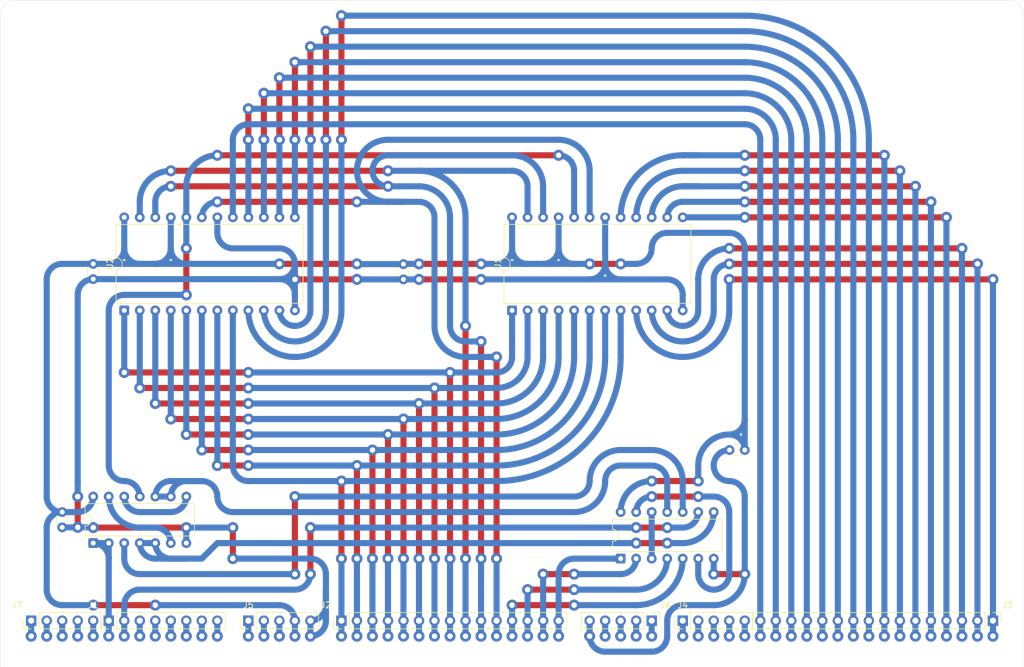
<source format=kicad_pcb>
(kicad_pcb (version 20241229) (generator "pcbnew") (generator_version "9.0")
  (layers (0 "F.Cu" signal) (2 "B.Cu" signal) (13 "F.Paste" user) (15 "B.Paste" user) (5 "F.SilkS" user "F.Silkscreen") (7 "B.SilkS" user "B.Silkscreen") (1 "F.Mask" user) (3 "B.Mask" user) (25 "Edge.Cuts" user))
  (net 0 "")
  (net 1 "unconnected-(J1-Pin_3-Pad3)")
  (net 2 "unconnected-(J1-Pin_5-Pad5)")
  (net 3 "unconnected-(J1-Pin_8-Pad8)")
  (net 4 "/DBIN")
  (net 5 "unconnected-(J1-Pin_6-Pad6)")
  (net 6 "unconnected-(J1-Pin_4-Pad4)")
  (net 7 "/{slash}MEMIN")
  (net 8 "unconnected-(J1-Pin_7-Pad7)")
  (net 9 "/AD4")
  (net 10 "/AD1")
  (net 11 "/AD11")
  (net 12 "/AD7")
  (net 13 "/AD5")
  (net 14 "/AD14")
  (net 15 "/AD13")
  (net 16 "/AD8")
  (net 17 "/AD9")
  (net 18 "/AD10")
  (net 19 "/AD15")
  (net 20 "/AD6")
  (net 21 "/AD12")
  (net 22 "/AD2")
  (net 23 "/AD3")
  (net 24 "/DA2")
  (net 25 "/DA15")
  (net 26 "/DA0")
  (net 27 "/DA13")
  (net 28 "/DA10")
  (net 29 "/DA3")
  (net 30 "/DA8")
  (net 31 "/DA5")
  (net 32 "/DA14")
  (net 33 "/DA7")
  (net 34 "/DA6")
  (net 35 "/DA1")
  (net 36 "/DA4")
  (net 37 "/DA11")
  (net 38 "/DA12")
  (net 39 "/DA9")
  (net 40 "unconnected-(J4-Pin_3-Pad3)")
  (net 41 "unconnected-(J4-Pin_5-Pad5)")
  (net 42 "unconnected-(J4-Pin_4-Pad4)")
  (net 43 "unconnected-(J4-Pin_1-Pad1)")
  (net 44 "unconnected-(J4-Pin_2-Pad2)")
  (net 45 "-5V")
  (net 46 "GND")
  (net 47 "+12V")
  (net 48 "-12V")
  (net 49 "+5V")
  (net 50 "unconnected-(J7-Pin_3-Pad3)")
  (net 51 "unconnected-(J7-Pin_5-Pad5)")
  (net 52 "unconnected-(J7-Pin_1-Pad1)")
  (net 53 "unconnected-(J7-Pin_4-Pad4)")
  (net 54 "unconnected-(J7-Pin_2-Pad2)")
  (net 55 "Net-(U1-~{OE})")
  (net 56 "Net-(U3-Pad13)")
  (net 57 "Net-(U3-Pad10)")
  (net 58 "Net-(U3-Pad12)")
  (net 59 "Net-(U3-Pad8)")
  (net 60 "Net-(U3-Pad11)")
  (net 61 "Net-(U4-Pad13)")
  (net 62 "Net-(U4-Pad12)")
  (footprint "Capacitor_THT:C_Disc_D3.0mm_W1.6mm_P2.50mm" (layer "F.Cu") (at 175.26 106.68 180)
    (property "Reference" "C4" (hide yes))
    (property "Value" "C" (hide yes))
  )
  (footprint "Capacitor_THT:C_Disc_D3.0mm_W1.6mm_P2.50mm" (layer "F.Cu") (at 63.5 116.84 -90)
    (property "Reference" "C3" (hide yes))
    (property "Value" "C" (hide yes))
  )
  (footprint "Connector_PinHeader_2.54mm:PinHeader_1x05_P2.54mm_Vertical" (layer "F.Cu") (at 160.02 134.62 -90)
    (property "Reference" "J6")
    (property "Value" "Conn_01x05_Pin" (hide yes))
  )
  (footprint "Package_DIP:DIP-14_W7.62mm" (layer "F.Cu") (at 68.58 121.92 90)
    (property "Reference" "U4" (hide yes))
    (property "Value" "74LS00")
  )
  (footprint "Connector_PinHeader_2.54mm:PinHeader_1x08_P2.54mm_Vertical" (layer "F.Cu") (at 71.12 134.62 90)
    (property "Reference" "J1")
    (property "Value" "Conn_01x08_Pin" (hide yes))
  )
  (footprint "Connector_PinHeader_2.54mm:PinHeader_1x05_P2.54mm_Vertical" (layer "F.Cu") (at 165.1 134.62 90)
    (property "Reference" "J4")
    (property "Value" "Conn_01x05_Pin" (hide yes))
  )
  (footprint "Connector_PinHeader_2.54mm:PinHeader_1x05_P2.54mm_Vertical" (layer "F.Cu") (at 58.42 134.62 90)
    (property "Reference" "J7")
    (property "Value" "Conn_01x05_Pin" (hide yes))
  )
  (footprint "Package_DIP:DIP-24_W15.24mm" (layer "F.Cu") (at 73.66 83.82 90)
    (property "Reference" "U2")
    (property "Value" "27C16")
  )
  (footprint "Connector_PinHeader_2.54mm:PinHeader_1x15_P2.54mm_Vertical" (layer "F.Cu") (at 109.22 134.62 90)
    (property "Reference" "J2")
    (property "Value" "Conn_01x15_Pin" (hide yes))
  )
  (footprint "Package_DIP:DIP-14_W7.62mm" (layer "F.Cu") (at 154.94 124.46 90)
    (property "Reference" "U3" (hide yes))
    (property "Value" "74LS32")
  )
  (footprint "Connector_PinHeader_2.54mm:PinHeader_1x16_P2.54mm_Vertical" (layer "F.Cu") (at 215.9 134.62 -90)
    (property "Reference" "J3")
    (property "Value" "Conn_01x16_Pin" (hide yes))
  )
  (footprint "Package_DIP:DIP-24_W15.24mm" (layer "F.Cu") (at 137.16 83.82 90)
    (property "Reference" "U1")
    (property "Value" "27C16")
  )
  (footprint "Capacitor_THT:C_Disc_D3.0mm_W1.6mm_P2.50mm" (layer "F.Cu") (at 68.58 76.2 -90)
    (property "Reference" "C2" (hide yes))
    (property "Value" "C" (hide yes))
  )
  (footprint "Capacitor_THT:C_Disc_D3.0mm_W1.6mm_P2.50mm" (layer "F.Cu") (at 119.38 76.24 -90)
    (property "Reference" "C1" (hide yes))
    (property "Value" "C" (hide yes))
  )
  (footprint "Connector_PinHeader_2.54mm:PinHeader_1x05_P2.54mm_Vertical" (layer "F.Cu") (at 93.98 134.62 90)
    (property "Reference" "J5")
    (property "Value" "Conn_01x05_Pin" (hide yes))
  )
  (gr_arc (start 218.44 33.02) (mid 220.236051 33.763949) (end 220.98 35.56) (stroke (width 0.05)) (layer "Edge.Cuts"))
  (gr_line (start 220.98 40.64) (end 220.98 35.56) (stroke (width 0.05)) (layer "Edge.Cuts"))
  (gr_line (start 220.98 142.24) (end 220.98 40.64) (stroke (width 0.05)) (layer "Edge.Cuts"))
  (gr_line (start 218.44 33.02) (end 55.88 33.02) (stroke (width 0.05)) (layer "Edge.Cuts"))
  (gr_arc (start 53.34 35.56) (mid 54.083949 33.763949) (end 55.88 33.02) (stroke (width 0.05)) (layer "Edge.Cuts"))
  (gr_line (start 220.98 142.24) (end 53.34 142.24) (stroke (width 0.05)) (layer "Edge.Cuts"))
  (gr_line (start 53.34 142.24) (end 53.34 35.56) (stroke (width 0.05)) (layer "Edge.Cuts"))
  (via (at 76.2 137.16) (size 1.8) (drill 0.9) (layers "F.Cu" "B.Cu") (net 1))
  (segment (start 76.2 137.16) (end 76.2 134.62) (width 1) (layer "B.Cu") (net 1))
  (via (at 81.28 137.16) (size 1.8) (drill 0.9) (layers "F.Cu" "B.Cu") (net 2))
  (segment (start 81.28 137.16) (end 81.28 134.62) (width 1) (layer "B.Cu") (net 2))
  (via (at 88.9 137.16) (size 1.8) (drill 0.9) (layers "F.Cu" "B.Cu") (net 3))
  (segment (start 88.9 137.16) (end 88.9 134.62) (width 1) (layer "B.Cu") (net 3))
  (via (at 71.12 137.16) (size 1.8) (drill 0.9) (layers "F.Cu" "B.Cu") (net 4))
  (segment (start 71.12 137.16) (end 71.12 134.62) (width 1) (layer "B.Cu") (net 4))
  (segment (start 68.58 121.92) (end 71.12 121.92) (width 1) (layer "B.Cu") (net 4))
  (segment (start 71.12 121.92) (end 71.12 124.46) (width 1) (layer "B.Cu") (net 4))
  (segment (start 71.12 134.62) (end 71.12 124.46) (width 1) (layer "B.Cu") (net 4))
  (arc (start 71.12 124.46) (mid 70.376051 122.663949) (end 68.58 121.92) (width 1) (layer "B.Cu") (net 4))
  (via (at 83.82 137.16) (size 1.8) (drill 0.9) (layers "F.Cu" "B.Cu") (net 5))
  (segment (start 83.82 137.16) (end 83.82 134.62) (width 1) (layer "B.Cu") (net 5))
  (via (at 78.74 137.16) (size 1.8) (drill 0.9) (layers "F.Cu" "B.Cu") (net 6))
  (segment (start 78.74 137.16) (end 78.74 134.62) (width 1) (layer "B.Cu") (net 6))
  (segment (start 104.14 127) (end 104.14 119.38) (width 1) (layer "F.Cu") (net 7))
  (segment (start 162.56 119.38) (end 157.48 119.38) (width 1) (layer "F.Cu") (net 7))
  (via (at 104.14 127) (size 1.8) (drill 0.9) (layers "F.Cu" "B.Cu") (net 7))
  (via (at 73.66 137.16) (size 1.8) (drill 0.9) (layers "F.Cu" "B.Cu") (net 7))
  (via (at 157.48 119.38) (size 1.8) (drill 0.9) (layers "F.Cu" "B.Cu") (net 7))
  (via (at 162.56 119.38) (size 1.8) (drill 0.9) (layers "F.Cu" "B.Cu") (net 7))
  (via (at 104.14 119.38) (size 1.8) (drill 0.9) (layers "F.Cu" "B.Cu") (net 7))
  (segment (start 157.48 119.38) (end 104.14 119.38) (width 1) (layer "B.Cu") (net 7))
  (segment (start 165.1 119.38) (end 162.56 119.38) (width 1) (layer "B.Cu") (net 7))
  (segment (start 73.66 134.62) (end 73.66 132.08) (width 1) (layer "B.Cu") (net 7))
  (segment (start 76.2 129.54) (end 101.6 129.54) (width 1) (layer "B.Cu") (net 7))
  (segment (start 73.66 137.16) (end 73.66 134.62) (width 1) (layer "B.Cu") (net 7))
  (arc (start 167.64 116.84) (mid 166.896051 118.636051) (end 165.1 119.38) (width 1) (layer "B.Cu") (net 7))
  (arc (start 101.6 129.54) (mid 103.396051 128.796051) (end 104.14 127) (width 1) (layer "B.Cu") (net 7))
  (arc (start 73.66 132.08) (mid 74.403949 130.283949) (end 76.2 129.54) (width 1) (layer "B.Cu") (net 7))
  (via (at 86.36 137.16) (size 1.8) (drill 0.9) (layers "F.Cu" "B.Cu") (net 8))
  (segment (start 86.36 137.16) (end 86.36 134.62) (width 1) (layer "B.Cu") (net 8))
  (segment (start 116.84 104.14) (end 116.84 124.46) (width 1) (layer "F.Cu") (net 9))
  (segment (start 93.98 104.14) (end 83.82 104.14) (width 1) (layer "F.Cu") (net 9))
  (via (at 83.82 104.14) (size 1.8) (drill 0.9) (layers "F.Cu" "B.Cu") (net 9))
  (via (at 93.98 104.14) (size 1.8) (drill 0.9) (layers "F.Cu" "B.Cu") (net 9))
  (via (at 116.84 137.16) (size 1.8) (drill 0.9) (layers "F.Cu" "B.Cu") (net 9))
  (via (at 116.84 104.14) (size 1.8) (drill 0.9) (layers "F.Cu" "B.Cu") (net 9))
  (via (at 116.84 124.46) (size 1.8) (drill 0.9) (layers "F.Cu" "B.Cu") (net 9))
  (segment (start 116.84 134.62) (end 116.84 124.46) (width 1) (layer "B.Cu") (net 9))
  (segment (start 134.62 104.14) (end 116.84 104.14) (width 1) (layer "B.Cu") (net 9))
  (segment (start 116.84 137.16) (end 116.84 134.62) (width 1) (layer "B.Cu") (net 9))
  (segment (start 147.32 83.82) (end 147.32 91.44) (width 1) (layer "B.Cu") (net 9))
  (segment (start 116.84 104.14) (end 93.98 104.14) (width 1) (layer "B.Cu") (net 9))
  (segment (start 83.82 104.14) (end 83.82 83.82) (width 1) (layer "B.Cu") (net 9))
  (arc (start 147.32 91.44) (mid 143.600256 100.420256) (end 134.62 104.14) (width 1) (layer "B.Cu") (net 9))
  (segment (start 109.22 124.46) (end 109.22 111.76) (width 1) (layer "F.Cu") (net 10))
  (via (at 109.22 124.46) (size 1.8) (drill 0.9) (layers "F.Cu" "B.Cu") (net 10))
  (via (at 109.22 137.16) (size 1.8) (drill 0.9) (layers "F.Cu" "B.Cu") (net 10))
  (via (at 109.22 111.76) (size 1.8) (drill 0.9) (layers "F.Cu" "B.Cu") (net 10))
  (segment (start 109.22 111.76) (end 134.62 111.76) (width 1) (layer "B.Cu") (net 10))
  (segment (start 109.22 124.46) (end 109.22 134.62) (width 1) (layer "B.Cu") (net 10))
  (segment (start 93.98 111.76) (end 109.22 111.76) (width 1) (layer "B.Cu") (net 10))
  (segment (start 154.94 91.44) (end 154.94 83.82) (width 1) (layer "B.Cu") (net 10))
  (segment (start 109.22 137.16) (end 109.22 134.62) (width 1) (layer "B.Cu") (net 10))
  (segment (start 91.44 83.82) (end 91.44 109.22) (width 1) (layer "B.Cu") (net 10))
  (arc (start 91.44 109.22) (mid 92.183949 111.016051) (end 93.98 111.76) (width 1) (layer "B.Cu") (net 10))
  (arc (start 134.62 111.76) (mid 148.98841 105.80841) (end 154.94 91.44) (width 1) (layer "B.Cu") (net 10))
  (segment (start 111.76 66.04) (end 88.9 66.04) (width 1) (layer "F.Cu") (net 11))
  (segment (start 134.62 91.44) (end 134.62 124.46) (width 1) (layer "F.Cu") (net 11))
  (via (at 134.62 91.44) (size 1.8) (drill 0.9) (layers "F.Cu" "B.Cu") (net 11))
  (via (at 134.62 124.46) (size 1.8) (drill 0.9) (layers "F.Cu" "B.Cu") (net 11))
  (via (at 111.76 66.04) (size 1.8) (drill 0.9) (layers "F.Cu" "B.Cu") (net 11))
  (via (at 134.62 137.16) (size 1.8) (drill 0.9) (layers "F.Cu" "B.Cu") (net 11))
  (via (at 88.9 66.04) (size 1.8) (drill 0.9) (layers "F.Cu" "B.Cu") (net 11))
  (segment (start 124.46 86.36) (end 124.46 68.58) (width 1) (layer "B.Cu") (net 11))
  (segment (start 119.38 66.04) (end 111.76 66.04) (width 1) (layer "B.Cu") (net 11))
  (segment (start 119.38 66.04) (end 116.84 66.04) (width 1) (layer "B.Cu") (net 11))
  (segment (start 134.62 124.46) (end 134.62 134.62) (width 1) (layer "B.Cu") (net 11))
  (segment (start 134.62 137.16) (end 134.62 134.62) (width 1) (layer "B.Cu") (net 11))
  (segment (start 134.62 91.44) (end 129.54 91.44) (width 1) (layer "B.Cu") (net 11))
  (segment (start 149.86 68.58) (end 149.86 60.96) (width 1) (layer "B.Cu") (net 11))
  (segment (start 121.92 66.04) (end 119.38 66.04) (width 1) (layer "B.Cu") (net 11))
  (segment (start 116.84 55.88) (end 144.78 55.88) (width 1) (layer "B.Cu") (net 11))
  (arc (start 149.86 60.96) (mid 148.372102 57.367898) (end 144.78 55.88) (width 1) (layer "B.Cu") (net 11))
  (arc (start 129.54 91.44) (mid 125.947898 89.952102) (end 124.46 86.36) (width 1) (layer "B.Cu") (net 11))
  (arc (start 88.9 66.04) (mid 87.103949 66.783949) (end 86.36 68.58) (width 1) (layer "B.Cu") (net 11))
  (arc (start 116.84 66.04) (mid 113.247898 64.552102) (end 111.76 60.96) (width 1) (layer "B.Cu") (net 11))
  (arc (start 124.46 68.58) (mid 123.716051 66.783949) (end 121.92 66.04) (width 1) (layer "B.Cu") (net 11))
  (arc (start 111.76 60.96) (mid 113.247898 57.367898) (end 116.84 55.88) (width 1) (layer "B.Cu") (net 11))
  (segment (start 76.2 96.52) (end 93.98 96.52) (width 1) (layer "F.Cu") (net 12))
  (segment (start 124.46 96.52) (end 124.46 124.46) (width 1) (layer "F.Cu") (net 12))
  (via (at 124.46 124.46) (size 1.8) (drill 0.9) (layers "F.Cu" "B.Cu") (net 12))
  (via (at 124.46 137.16) (size 1.8) (drill 0.9) (layers "F.Cu" "B.Cu") (net 12))
  (via (at 124.46 96.52) (size 1.8) (drill 0.9) (layers "F.Cu" "B.Cu") (net 12))
  (via (at 76.2 96.52) (size 1.8) (drill 0.9) (layers "F.Cu" "B.Cu") (net 12))
  (via (at 93.98 96.52) (size 1.8) (drill 0.9) (layers "F.Cu" "B.Cu") (net 12))
  (segment (start 93.98 96.52) (end 124.46 96.52) (width 1) (layer "B.Cu") (net 12))
  (segment (start 139.7 91.44) (end 139.7 83.82) (width 1) (layer "B.Cu") (net 12))
  (segment (start 124.46 137.16) (end 124.46 134.62) (width 1) (layer "B.Cu") (net 12))
  (segment (start 124.46 124.46) (end 124.46 134.62) (width 1) (layer "B.Cu") (net 12))
  (segment (start 76.2 83.82) (end 76.2 96.52) (width 1) (layer "B.Cu") (net 12))
  (segment (start 124.46 96.52) (end 134.62 96.52) (width 1) (layer "B.Cu") (net 12))
  (arc (start 134.62 96.52) (mid 138.212102 95.032102) (end 139.7 91.44) (width 1) (layer "B.Cu") (net 12))
  (segment (start 119.38 124.46) (end 119.38 101.6) (width 1) (layer "F.Cu") (net 13))
  (segment (start 81.28 101.6) (end 93.98 101.6) (width 1) (layer "F.Cu") (net 13))
  (via (at 81.28 101.6) (size 1.8) (drill 0.9) (layers "F.Cu" "B.Cu") (net 13))
  (via (at 119.38 101.6) (size 1.8) (drill 0.9) (layers "F.Cu" "B.Cu") (net 13))
  (via (at 93.98 101.6) (size 1.8) (drill 0.9) (layers "F.Cu" "B.Cu") (net 13))
  (via (at 119.38 137.16) (size 1.8) (drill 0.9) (layers "F.Cu" "B.Cu") (net 13))
  (via (at 119.38 124.46) (size 1.8) (drill 0.9) (layers "F.Cu" "B.Cu") (net 13))
  (segment (start 119.38 124.46) (end 119.38 134.62) (width 1) (layer "B.Cu") (net 13))
  (segment (start 93.98 101.6) (end 119.38 101.6) (width 1) (layer "B.Cu") (net 13))
  (segment (start 119.38 137.16) (end 119.38 134.62) (width 1) (layer "B.Cu") (net 13))
  (segment (start 144.78 91.44) (end 144.78 83.82) (width 1) (layer "B.Cu") (net 13))
  (segment (start 119.38 101.6) (end 134.62 101.6) (width 1) (layer "B.Cu") (net 13))
  (segment (start 81.28 83.82) (end 81.28 101.6) (width 1) (layer "B.Cu") (net 13))
  (arc (start 134.62 101.6) (mid 141.804205 98.624205) (end 144.78 91.44) (width 1) (layer "B.Cu") (net 13))
  (segment (start 147.32 127) (end 142.24 127) (width 1) (layer "F.Cu") (net 14))
  (via (at 142.24 137.16) (size 1.8) (drill 0.9) (layers "F.Cu" "B.Cu") (net 14))
  (via (at 147.32 127) (size 1.8) (drill 0.9) (layers "F.Cu" "B.Cu") (net 14))
  (via (at 142.24 127) (size 1.8) (drill 0.9) (layers "F.Cu" "B.Cu") (net 14))
  (segment (start 154.94 127) (end 147.32 127) (width 1) (layer "B.Cu") (net 14))
  (segment (start 142.24 127) (end 142.24 134.62) (width 1) (layer "B.Cu") (net 14))
  (segment (start 142.24 137.16) (end 142.24 134.62) (width 1) (layer "B.Cu") (net 14))
  (arc (start 157.48 124.46) (mid 156.736051 126.256051) (end 154.94 127) (width 1) (layer "B.Cu") (net 14))
  (segment (start 147.32 129.54) (end 139.7 129.54) (width 1) (layer "F.Cu") (net 15))
  (via (at 139.7 129.54) (size 1.8) (drill 0.9) (layers "F.Cu" "B.Cu") (net 15))
  (via (at 139.7 137.16) (size 1.8) (drill 0.9) (layers "F.Cu" "B.Cu") (net 15))
  (via (at 147.32 129.54) (size 1.8) (drill 0.9) (layers "F.Cu" "B.Cu") (net 15))
  (segment (start 139.7 137.16) (end 139.7 134.62) (width 1) (layer "B.Cu") (net 15))
  (segment (start 157.48 129.54) (end 154.94 129.54) (width 1) (layer "B.Cu") (net 15))
  (segment (start 154.94 129.54) (end 147.32 129.54) (width 1) (layer "B.Cu") (net 15))
  (segment (start 139.7 134.62) (end 139.7 129.54) (width 1) (layer "B.Cu") (net 15))
  (arc (start 162.56 124.46) (mid 161.072102 128.052102) (end 157.48 129.54) (width 1) (layer "B.Cu") (net 15))
  (segment (start 93.98 93.98) (end 73.66 93.98) (width 1) (layer "F.Cu") (net 16))
  (segment (start 127 124.46) (end 127 93.98) (width 1) (layer "F.Cu") (net 16))
  (via (at 127 137.16) (size 1.8) (drill 0.9) (layers "F.Cu" "B.Cu") (net 16))
  (via (at 127 93.98) (size 1.8) (drill 0.9) (layers "F.Cu" "B.Cu") (net 16))
  (via (at 127 124.46) (size 1.8) (drill 0.9) (layers "F.Cu" "B.Cu") (net 16))
  (via (at 73.66 93.98) (size 1.8) (drill 0.9) (layers "F.Cu" "B.Cu") (net 16))
  (via (at 93.98 93.98) (size 1.8) (drill 0.9) (layers "F.Cu" "B.Cu") (net 16))
  (segment (start 137.16 83.82) (end 137.16 88.9) (width 1) (layer "B.Cu") (net 16))
  (segment (start 127 93.98) (end 93.98 93.98) (width 1) (layer "B.Cu") (net 16))
  (segment (start 137.16 88.9) (end 137.16 91.44) (width 1) (layer "B.Cu") (net 16))
  (segment (start 134.62 93.98) (end 127 93.98) (width 1) (layer "B.Cu") (net 16))
  (segment (start 73.66 93.98) (end 73.66 83.82) (width 1) (layer "B.Cu") (net 16))
  (segment (start 127 134.62) (end 127 124.46) (width 1) (layer "B.Cu") (net 16))
  (segment (start 127 137.16) (end 127 134.62) (width 1) (layer "B.Cu") (net 16))
  (arc (start 137.16 91.44) (mid 136.416051 93.236051) (end 134.62 93.98) (width 1) (layer "B.Cu") (net 16))
  (segment (start 129.54 86.36) (end 129.54 124.46) (width 1) (layer "F.Cu") (net 17))
  (segment (start 81.28 60.96) (end 116.84 60.96) (width 1) (layer "F.Cu") (net 17))
  (via (at 129.54 124.46) (size 1.8) (drill 0.9) (layers "F.Cu" "B.Cu") (net 17))
  (via (at 129.54 86.36) (size 1.8) (drill 0.9) (layers "F.Cu" "B.Cu") (net 17))
  (via (at 81.28 60.96) (size 1.8) (drill 0.9) (layers "F.Cu" "B.Cu") (net 17))
  (via (at 116.84 60.96) (size 1.8) (drill 0.9) (layers "F.Cu" "B.Cu") (net 17))
  (via (at 129.54 137.16) (size 1.8) (drill 0.9) (layers "F.Cu" "B.Cu") (net 17))
  (segment (start 76.2 68.58) (end 76.2 66.04) (width 1) (layer "B.Cu") (net 17))
  (segment (start 116.84 60.96) (end 121.92 60.96) (width 1) (layer "B.Cu") (net 17))
  (segment (start 129.54 137.16) (end 129.54 134.62) (width 1) (layer "B.Cu") (net 17))
  (segment (start 129.54 124.46) (end 129.54 134.62) (width 1) (layer "B.Cu") (net 17))
  (segment (start 139.7 63.5) (end 139.7 68.58) (width 1) (layer "B.Cu") (net 17))
  (segment (start 129.54 86.36) (end 129.54 68.58) (width 1) (layer "B.Cu") (net 17))
  (segment (start 121.92 60.96) (end 137.16 60.96) (width 1) (layer "B.Cu") (net 17))
  (arc (start 137.16 60.96) (mid 138.956051 61.703949) (end 139.7 63.5) (width 1) (layer "B.Cu") (net 17))
  (arc (start 129.54 68.58) (mid 127.308154 63.191846) (end 121.92 60.96) (width 1) (layer "B.Cu") (net 17))
  (arc (start 76.2 66.04) (mid 77.687898 62.447898) (end 81.28 60.96) (width 1) (layer "B.Cu") (net 17))
  (segment (start 132.08 124.46) (end 132.08 88.9) (width 1) (layer "F.Cu") (net 18))
  (segment (start 81.28 63.5) (end 116.84 63.5) (width 1) (layer "F.Cu") (net 18))
  (via (at 132.08 137.16) (size 1.8) (drill 0.9) (layers "F.Cu" "B.Cu") (net 18))
  (via (at 81.28 63.5) (size 1.8) (drill 0.9) (layers "F.Cu" "B.Cu") (net 18))
  (via (at 132.08 124.46) (size 1.8) (drill 0.9) (layers "F.Cu" "B.Cu") (net 18))
  (via (at 116.84 63.5) (size 1.8) (drill 0.9) (layers "F.Cu" "B.Cu") (net 18))
  (via (at 132.08 88.9) (size 1.8) (drill 0.9) (layers "F.Cu" "B.Cu") (net 18))
  (segment (start 129.54 88.9) (end 132.08 88.9) (width 1) (layer "B.Cu") (net 18))
  (segment (start 132.08 137.16) (end 132.08 134.62) (width 1) (layer "B.Cu") (net 18))
  (segment (start 116.84 63.5) (end 121.92 63.5) (width 1) (layer "B.Cu") (net 18))
  (segment (start 127 68.58) (end 127 86.36) (width 1) (layer "B.Cu") (net 18))
  (segment (start 78.74 68.58) (end 78.74 66.04) (width 1) (layer "B.Cu") (net 18))
  (segment (start 132.08 134.62) (end 132.08 124.46) (width 1) (layer "B.Cu") (net 18))
  (segment (start 137.16 58.42) (end 116.84 58.42) (width 1) (layer "B.Cu") (net 18))
  (segment (start 142.24 68.58) (end 142.24 63.5) (width 1) (layer "B.Cu") (net 18))
  (arc (start 114.3 60.96) (mid 115.043949 62.756051) (end 116.84 63.5) (width 1) (layer "B.Cu") (net 18))
  (arc (start 142.24 63.5) (mid 140.752102 59.907898) (end 137.16 58.42) (width 1) (layer "B.Cu") (net 18))
  (arc (start 81.28 63.5) (mid 79.483949 64.243949) (end 78.74 66.04) (width 1) (layer "B.Cu") (net 18))
  (arc (start 121.92 63.5) (mid 125.512102 64.987898) (end 127 68.58) (width 1) (layer "B.Cu") (net 18))
  (arc (start 127 86.36) (mid 127.743949 88.156051) (end 129.54 88.9) (width 1) (layer "B.Cu") (net 18))
  (arc (start 116.84 58.42) (mid 115.043949 59.163949) (end 114.3 60.96) (width 1) (layer "B.Cu") (net 18))
  (via (at 144.78 137.16) (size 1.8) (drill 0.9) (layers "F.Cu" "B.Cu") (net 19))
  (segment (start 154.94 124.46) (end 147.32 124.46) (width 1) (layer "B.Cu") (net 19))
  (segment (start 144.78 134.62) (end 144.78 127) (width 1) (layer "B.Cu") (net 19))
  (segment (start 144.78 137.16) (end 144.78 134.62) (width 1) (layer "B.Cu") (net 19))
  (arc (start 147.32 124.46) (mid 145.523949 125.203949) (end 144.78 127) (width 1) (layer "B.Cu") (net 19))
  (segment (start 93.98 99.06) (end 78.74 99.06) (width 1) (layer "F.Cu") (net 20))
  (segment (start 121.92 99.06) (end 121.92 124.46) (width 1) (layer "F.Cu") (net 20))
  (via (at 78.74 99.06) (size 1.8) (drill 0.9) (layers "F.Cu" "B.Cu") (net 20))
  (via (at 93.98 99.06) (size 1.8) (drill 0.9) (layers "F.Cu" "B.Cu") (net 20))
  (via (at 121.92 137.16) (size 1.8) (drill 0.9) (layers "F.Cu" "B.Cu") (net 20))
  (via (at 121.92 124.46) (size 1.8) (drill 0.9) (layers "F.Cu" "B.Cu") (net 20))
  (via (at 121.92 99.06) (size 1.8) (drill 0.9) (layers "F.Cu" "B.Cu") (net 20))
  (segment (start 121.92 137.16) (end 121.92 134.62) (width 1) (layer "B.Cu") (net 20))
  (segment (start 134.62 99.06) (end 121.92 99.06) (width 1) (layer "B.Cu") (net 20))
  (segment (start 142.24 88.9) (end 142.24 91.44) (width 1) (layer "B.Cu") (net 20))
  (segment (start 142.24 83.82) (end 142.24 88.9) (width 1) (layer "B.Cu") (net 20))
  (segment (start 78.74 99.06) (end 78.74 83.82) (width 1) (layer "B.Cu") (net 20))
  (segment (start 121.92 99.06) (end 93.98 99.06) (width 1) (layer "B.Cu") (net 20))
  (segment (start 121.92 134.62) (end 121.92 124.46) (width 1) (layer "B.Cu") (net 20))
  (arc (start 142.24 91.44) (mid 140.008154 96.828154) (end 134.62 99.06) (width 1) (layer "B.Cu") (net 20))
  (segment (start 147.32 132.08) (end 137.16 132.08) (width 1) (layer "F.Cu") (net 21))
  (via (at 147.32 132.08) (size 1.8) (drill 0.9) (layers "F.Cu" "B.Cu") (net 21))
  (via (at 137.16 132.08) (size 1.8) (drill 0.9) (layers "F.Cu" "B.Cu") (net 21))
  (via (at 137.16 137.16) (size 1.8) (drill 0.9) (layers "F.Cu" "B.Cu") (net 21))
  (segment (start 137.16 134.62) (end 137.16 132.08) (width 1) (layer "B.Cu") (net 21))
  (segment (start 157.48 132.08) (end 154.94 132.08) (width 1) (layer "B.Cu") (net 21))
  (segment (start 137.16 137.16) (end 137.16 134.62) (width 1) (layer "B.Cu") (net 21))
  (segment (start 154.94 132.08) (end 147.32 132.08) (width 1) (layer "B.Cu") (net 21))
  (arc (start 165.1 124.46) (mid 162.868154 129.848154) (end 157.48 132.08) (width 1) (layer "B.Cu") (net 21))
  (segment (start 93.98 109.22) (end 88.9 109.22) (width 1) (layer "F.Cu") (net 22))
  (segment (start 111.76 109.22) (end 111.76 124.46) (width 1) (layer "F.Cu") (net 22))
  (via (at 111.76 109.22) (size 1.8) (drill 0.9) (layers "F.Cu" "B.Cu") (net 22))
  (via (at 88.9 109.22) (size 1.8) (drill 0.9) (layers "F.Cu" "B.Cu") (net 22))
  (via (at 111.76 137.16) (size 1.8) (drill 0.9) (layers "F.Cu" "B.Cu") (net 22))
  (via (at 111.76 124.46) (size 1.8) (drill 0.9) (layers "F.Cu" "B.Cu") (net 22))
  (via (at 93.98 109.22) (size 1.8) (drill 0.9) (layers "F.Cu" "B.Cu") (net 22))
  (segment (start 134.62 109.22) (end 111.76 109.22) (width 1) (layer "B.Cu") (net 22))
  (segment (start 152.4 83.82) (end 152.4 91.44) (width 1) (layer "B.Cu") (net 22))
  (segment (start 111.76 137.16) (end 111.76 134.62) (width 1) (layer "B.Cu") (net 22))
  (segment (start 111.76 134.62) (end 111.76 124.46) (width 1) (layer "B.Cu") (net 22))
  (segment (start 88.9 109.22) (end 88.9 83.82) (width 1) (layer "B.Cu") (net 22))
  (segment (start 111.76 109.22) (end 93.98 109.22) (width 1) (layer "B.Cu") (net 22))
  (arc (start 152.4 91.44) (mid 147.192359 104.012359) (end 134.62 109.22) (width 1) (layer "B.Cu") (net 22))
  (segment (start 86.36 106.68) (end 93.98 106.68) (width 1) (layer "F.Cu") (net 23))
  (segment (start 114.3 124.46) (end 114.3 106.68) (width 1) (layer "F.Cu") (net 23))
  (via (at 93.98 106.68) (size 1.8) (drill 0.9) (layers "F.Cu" "B.Cu") (net 23))
  (via (at 114.3 137.16) (size 1.8) (drill 0.9) (layers "F.Cu" "B.Cu") (net 23))
  (via (at 114.3 124.46) (size 1.8) (drill 0.9) (layers "F.Cu" "B.Cu") (net 23))
  (via (at 114.3 106.68) (size 1.8) (drill 0.9) (layers "F.Cu" "B.Cu") (net 23))
  (via (at 86.36 106.68) (size 1.8) (drill 0.9) (layers "F.Cu" "B.Cu") (net 23))
  (segment (start 114.3 106.68) (end 134.62 106.68) (width 1) (layer "B.Cu") (net 23))
  (segment (start 149.86 91.44) (end 149.86 83.82) (width 1) (layer "B.Cu") (net 23))
  (segment (start 114.3 124.46) (end 114.3 134.62) (width 1) (layer "B.Cu") (net 23))
  (segment (start 93.98 106.68) (end 114.3 106.68) (width 1) (layer "B.Cu") (net 23))
  (segment (start 86.36 83.82) (end 86.36 106.68) (width 1) (layer "B.Cu") (net 23))
  (segment (start 114.3 137.16) (end 114.3 134.62) (width 1) (layer "B.Cu") (net 23))
  (arc (start 134.62 106.68) (mid 145.396307 102.216307) (end 149.86 91.44) (width 1) (layer "B.Cu") (net 23))
  (segment (start 210.82 73.66) (end 172.72 73.66) (width 1) (layer "F.Cu") (net 24))
  (via (at 210.82 73.66) (size 1.8) (drill 0.9) (layers "F.Cu" "B.Cu") (net 24))
  (via (at 210.82 137.16) (size 1.8) (drill 0.9) (layers "F.Cu" "B.Cu") (net 24))
  (via (at 172.72 73.66) (size 1.8) (drill 0.9) (layers "F.Cu" "B.Cu") (net 24))
  (segment (start 210.82 137.16) (end 210.82 134.62) (width 1) (layer "B.Cu") (net 24))
  (segment (start 210.82 134.62) (end 210.82 73.66) (width 1) (layer "B.Cu") (net 24))
  (segment (start 167.64 83.82) (end 167.64 78.74) (width 1) (layer "B.Cu") (net 24))
  (arc (start 167.64 78.74) (mid 169.127898 75.147898) (end 172.72 73.66) (width 1) (layer "B.Cu") (net 24))
  (arc (start 162.56 83.82) (mid 163.303949 85.616051) (end 165.1 86.36) (width 1) (layer "B.Cu") (net 24))
  (arc (start 165.1 86.36) (mid 166.896051 85.616051) (end 167.64 83.82) (width 1) (layer "B.Cu") (net 24))
  (via (at 177.8 137.16) (size 1.8) (drill 0.9) (layers "F.Cu" "B.Cu") (net 25))
  (segment (start 93.98 53.34) (end 175.26 53.34) (width 1) (layer "B.Cu") (net 25))
  (segment (start 177.8 137.16) (end 177.8 134.62) (width 1) (layer "B.Cu") (net 25))
  (segment (start 177.8 134.62) (end 177.8 55.88) (width 1) (layer "B.Cu") (net 25))
  (segment (start 91.44 68.58) (end 91.44 55.88) (width 1) (layer "B.Cu") (net 25))
  (arc (start 91.44 55.88) (mid 92.183949 54.083949) (end 93.98 53.34) (width 1) (layer "B.Cu") (net 25))
  (arc (start 175.26 53.34) (mid 177.056051 54.083949) (end 177.8 55.88) (width 1) (layer "B.Cu") (net 25))
  (segment (start 215.9 78.74) (end 172.72 78.74) (width 1) (layer "F.Cu") (net 26))
  (via (at 215.9 78.74) (size 1.8) (drill 0.9) (layers "F.Cu" "B.Cu") (net 26))
  (via (at 172.72 78.74) (size 1.8) (drill 0.9) (layers "F.Cu" "B.Cu") (net 26))
  (via (at 215.9 137.16) (size 1.8) (drill 0.9) (layers "F.Cu" "B.Cu") (net 26))
  (segment (start 215.9 137.16) (end 215.9 134.62) (width 1) (layer "B.Cu") (net 26))
  (segment (start 215.9 134.62) (end 215.9 78.74) (width 1) (layer "B.Cu") (net 26))
  (segment (start 172.72 78.74) (end 172.72 83.82) (width 1) (layer "B.Cu") (net 26))
  (arc (start 172.72 83.82) (mid 170.488154 89.208154) (end 165.1 91.44) (width 1) (layer "B.Cu") (net 26))
  (arc (start 165.1 91.44) (mid 159.711846 89.208154) (end 157.48 83.82) (width 1) (layer "B.Cu") (net 26))
  (segment (start 96.52 55.88) (end 96.52 48.26) (width 1) (layer "F.Cu") (net 27))
  (via (at 96.52 48.26) (size 1.8) (drill 0.9) (layers "F.Cu" "B.Cu") (net 27))
  (via (at 182.88 137.16) (size 1.8) (drill 0.9) (layers "F.Cu" "B.Cu") (net 27))
  (via (at 96.52 55.88) (size 1.8) (drill 0.9) (layers "F.Cu" "B.Cu") (net 27))
  (segment (start 96.52 68.58) (end 96.52 55.88) (width 1) (layer "B.Cu") (net 27))
  (segment (start 182.88 137.16) (end 182.88 134.62) (width 1) (layer "B.Cu") (net 27))
  (segment (start 182.88 134.62) (end 182.88 55.88) (width 1) (layer "B.Cu") (net 27))
  (segment (start 96.52 48.26) (end 175.26 48.26) (width 1) (layer "B.Cu") (net 27))
  (arc (start 175.26 48.26) (mid 180.648154 50.491846) (end 182.88 55.88) (width 1) (layer "B.Cu") (net 27))
  (segment (start 104.14 40.64) (end 104.14 55.88) (width 1) (layer "F.Cu") (net 28))
  (via (at 104.14 40.64) (size 1.8) (drill 0.9) (layers "F.Cu" "B.Cu") (net 28))
  (via (at 104.14 55.88) (size 1.8) (drill 0.9) (layers "F.Cu" "B.Cu") (net 28))
  (via (at 190.5 137.16) (size 1.8) (drill 0.9) (layers "F.Cu" "B.Cu") (net 28))
  (segment (start 190.5 134.62) (end 190.5 55.88) (width 1) (layer "B.Cu") (net 28))
  (segment (start 190.5 137.16) (end 190.5 134.62) (width 1) (layer "B.Cu") (net 28))
  (segment (start 104.14 55.88) (end 104.14 83.82) (width 1) (layer "B.Cu") (net 28))
  (segment (start 104.14 40.64) (end 175.26 40.64) (width 1) (layer "B.Cu") (net 28))
  (arc (start 104.14 83.82) (mid 103.396051 85.616051) (end 101.6 86.36) (width 1) (layer "B.Cu") (net 28))
  (arc (start 101.6 86.36) (mid 99.803949 85.616051) (end 99.06 83.82) (width 1) (layer "B.Cu") (net 28))
  (arc (start 175.26 40.64) (mid 186.036307 45.103693) (end 190.5 55.88) (width 1) (layer "B.Cu") (net 28))
  (segment (start 208.28 68.58) (end 175.26 68.58) (width 1) (layer "F.Cu") (net 29))
  (via (at 208.28 137.16) (size 1.8) (drill 0.9) (layers "F.Cu" "B.Cu") (net 29))
  (via (at 208.28 68.58) (size 1.8) (drill 0.9) (layers "F.Cu" "B.Cu") (net 29))
  (via (at 175.26 68.58) (size 1.8) (drill 0.9) (layers "F.Cu" "B.Cu") (net 29))
  (segment (start 165.1 68.58) (end 175.26 68.58) (width 1) (layer "B.Cu") (net 29))
  (segment (start 208.28 68.58) (end 208.28 134.62) (width 1) (layer "B.Cu") (net 29))
  (segment (start 208.28 137.16) (end 208.28 134.62) (width 1) (layer "B.Cu") (net 29))
  (segment (start 109.22 55.88) (end 109.22 35.56) (width 1) (layer "F.Cu") (net 30))
  (via (at 195.58 137.16) (size 1.8) (drill 0.9) (layers "F.Cu" "B.Cu") (net 30))
  (via (at 109.22 35.56) (size 1.8) (drill 0.9) (layers "F.Cu" "B.Cu") (net 30))
  (via (at 109.22 55.88) (size 1.8) (drill 0.9) (layers "F.Cu" "B.Cu") (net 30))
  (segment (start 195.58 134.62) (end 195.58 55.88) (width 1) (layer "B.Cu") (net 30))
  (segment (start 109.22 35.56) (end 175.26 35.56) (width 1) (layer "B.Cu") (net 30))
  (segment (start 109.22 83.82) (end 109.22 81.28) (width 1) (layer "B.Cu") (net 30))
  (segment (start 195.58 137.16) (end 195.58 134.62) (width 1) (layer "B.Cu") (net 30))
  (segment (start 109.22 81.28) (end 109.22 55.88) (width 1) (layer "B.Cu") (net 30))
  (arc (start 175.26 35.56) (mid 189.62841 41.51159) (end 195.58 55.88) (width 1) (layer "B.Cu") (net 30))
  (arc (start 93.98 83.82) (mid 96.211846 89.208154) (end 101.6 91.44) (width 1) (layer "B.Cu") (net 30))
  (arc (start 101.6 91.44) (mid 106.988154 89.208154) (end 109.22 83.82) (width 1) (layer "B.Cu") (net 30))
  (segment (start 175.26 63.5) (end 203.2 63.5) (width 1) (layer "F.Cu") (net 31))
  (via (at 175.26 63.5) (size 1.8) (drill 0.9) (layers "F.Cu" "B.Cu") (net 31))
  (via (at 203.2 63.5) (size 1.8) (drill 0.9) (layers "F.Cu" "B.Cu") (net 31))
  (via (at 203.2 137.16) (size 1.8) (drill 0.9) (layers "F.Cu" "B.Cu") (net 31))
  (segment (start 203.2 137.16) (end 203.2 134.62) (width 1) (layer "B.Cu") (net 31))
  (segment (start 203.2 63.5) (end 203.2 134.62) (width 1) (layer "B.Cu") (net 31))
  (segment (start 165.1 63.5) (end 167.64 63.5) (width 1) (layer "B.Cu") (net 31))
  (segment (start 165.1 63.5) (end 175.26 63.5) (width 1) (layer "B.Cu") (net 31))
  (arc (start 160.02 68.58) (mid 161.507898 64.987898) (end 165.1 63.5) (width 1) (layer "B.Cu") (net 31))
  (segment (start 93.98 50.8) (end 93.98 55.88) (width 1) (layer "F.Cu") (net 32))
  (via (at 93.98 50.8) (size 1.8) (drill 0.9) (layers "F.Cu" "B.Cu") (net 32))
  (via (at 93.98 55.88) (size 1.8) (drill 0.9) (layers "F.Cu" "B.Cu") (net 32))
  (via (at 180.34 137.16) (size 1.8) (drill 0.9) (layers "F.Cu" "B.Cu") (net 32))
  (segment (start 93.98 50.8) (end 175.26 50.8) (width 1) (layer "B.Cu") (net 32))
  (segment (start 180.34 137.16) (end 180.34 134.62) (width 1) (layer "B.Cu") (net 32))
  (segment (start 180.34 55.88) (end 180.34 134.62) (width 1) (layer "B.Cu") (net 32))
  (segment (start 93.98 55.88) (end 93.98 68.58) (width 1) (layer "B.Cu") (net 32))
  (arc (start 175.26 50.8) (mid 178.852102 52.287898) (end 180.34 55.88) (width 1) (layer "B.Cu") (net 32))
  (segment (start 175.26 58.42) (end 198.12 58.42) (width 1) (layer "F.Cu") (net 33))
  (via (at 175.26 58.42) (size 1.8) (drill 0.9) (layers "F.Cu" "B.Cu") (net 33))
  (via (at 198.12 58.42) (size 1.8) (drill 0.9) (layers "F.Cu" "B.Cu") (net 33))
  (via (at 198.12 137.16) (size 1.8) (drill 0.9) (layers "F.Cu" "B.Cu") (net 33))
  (segment (start 198.12 137.16) (end 198.12 134.62) (width 1) (layer "B.Cu") (net 33))
  (segment (start 198.12 58.42) (end 198.12 134.62) (width 1) (layer "B.Cu") (net 33))
  (segment (start 165.1 58.42) (end 175.26 58.42) (width 1) (layer "B.Cu") (net 33))
  (segment (start 165.1 58.42) (end 167.64 58.42) (width 1) (layer "B.Cu") (net 33))
  (arc (start 154.94 68.58) (mid 157.915795 61.395795) (end 165.1 58.42) (width 1) (layer "B.Cu") (net 33))
  (segment (start 200.66 60.96) (end 175.26 60.96) (width 1) (layer "F.Cu") (net 34))
  (via (at 200.66 60.96) (size 1.8) (drill 0.9) (layers "F.Cu" "B.Cu") (net 34))
  (via (at 175.26 60.96) (size 1.8) (drill 0.9) (layers "F.Cu" "B.Cu") (net 34))
  (via (at 200.66 137.16) (size 1.8) (drill 0.9) (layers "F.Cu" "B.Cu") (net 34))
  (segment (start 200.66 137.16) (end 200.66 134.62) (width 1) (layer "B.Cu") (net 34))
  (segment (start 175.26 60.96) (end 165.1 60.96) (width 1) (layer "B.Cu") (net 34))
  (segment (start 200.66 134.62) (end 200.66 60.96) (width 1) (layer "B.Cu") (net 34))
  (arc (start 165.1 60.96) (mid 159.711846 63.191846) (end 157.48 68.58) (width 1) (layer "B.Cu") (net 34))
  (segment (start 213.36 76.2) (end 172.72 76.2) (width 1) (layer "F.Cu") (net 35))
  (via (at 213.36 137.16) (size 1.8) (drill 0.9) (layers "F.Cu" "B.Cu") (net 35))
  (via (at 213.36 76.2) (size 1.8) (drill 0.9) (layers "F.Cu" "B.Cu") (net 35))
  (via (at 172.72 76.2) (size 1.8) (drill 0.9) (layers "F.Cu" "B.Cu") (net 35))
  (segment (start 170.18 78.74) (end 170.18 83.82) (width 1) (layer "B.Cu") (net 35))
  (segment (start 213.36 137.16) (end 213.36 134.62) (width 1) (layer "B.Cu") (net 35))
  (segment (start 213.36 76.2) (end 213.36 134.62) (width 1) (layer "B.Cu") (net 35))
  (arc (start 172.72 76.2) (mid 170.923949 76.943949) (end 170.18 78.74) (width 1) (layer "B.Cu") (net 35))
  (arc (start 170.18 83.82) (mid 168.692102 87.412102) (end 165.1 88.9) (width 1) (layer "B.Cu") (net 35))
  (arc (start 165.1 88.9) (mid 161.507898 87.412102) (end 160.02 83.82) (width 1) (layer "B.Cu") (net 35))
  (segment (start 205.74 66.04) (end 175.26 66.04) (width 1) (layer "F.Cu") (net 36))
  (via (at 205.74 137.16) (size 1.8) (drill 0.9) (layers "F.Cu" "B.Cu") (net 36))
  (via (at 175.26 66.04) (size 1.8) (drill 0.9) (layers "F.Cu" "B.Cu") (net 36))
  (via (at 205.74 66.04) (size 1.8) (drill 0.9) (layers "F.Cu" "B.Cu") (net 36))
  (segment (start 205.74 137.16) (end 205.74 134.62) (width 1) (layer "B.Cu") (net 36))
  (segment (start 205.74 134.62) (end 205.74 66.04) (width 1) (layer "B.Cu") (net 36))
  (segment (start 175.26 66.04) (end 165.1 66.04) (width 1) (layer "B.Cu") (net 36))
  (arc (start 165.1 66.04) (mid 163.303949 66.783949) (end 162.56 68.58) (width 1) (layer "B.Cu") (net 36))
  (segment (start 101.6 55.88) (end 101.6 43.18) (width 1) (layer "F.Cu") (net 37))
  (via (at 101.6 43.18) (size 1.8) (drill 0.9) (layers "F.Cu" "B.Cu") (net 37))
  (via (at 187.96 137.16) (size 1.8) (drill 0.9) (layers "F.Cu" "B.Cu") (net 37))
  (via (at 101.6 55.88) (size 1.8) (drill 0.9) (layers "F.Cu" "B.Cu") (net 37))
  (segment (start 101.6 68.58) (end 101.6 55.88) (width 1) (layer "B.Cu") (net 37))
  (segment (start 187.96 55.88) (end 187.96 134.62) (width 1) (layer "B.Cu") (net 37))
  (segment (start 101.6 43.18) (end 175.26 43.18) (width 1) (layer "B.Cu") (net 37))
  (segment (start 187.96 137.16) (end 187.96 134.62) (width 1) (layer "B.Cu") (net 37))
  (arc (start 175.26 43.18) (mid 184.240256 46.899744) (end 187.96 55.88) (width 1) (layer "B.Cu") (net 37))
  (segment (start 99.06 45.72) (end 99.06 55.88) (width 1) (layer "F.Cu") (net 38))
  (via (at 185.42 137.16) (size 1.8) (drill 0.9) (layers "F.Cu" "B.Cu") (net 38))
  (via (at 99.06 55.88) (size 1.8) (drill 0.9) (layers "F.Cu" "B.Cu") (net 38))
  (via (at 99.06 45.72) (size 1.8) (drill 0.9) (layers "F.Cu" "B.Cu") (net 38))
  (segment (start 185.42 55.88) (end 185.42 134.62) (width 1) (layer "B.Cu") (net 38))
  (segment (start 185.42 137.16) (end 185.42 134.62) (width 1) (layer "B.Cu") (net 38))
  (segment (start 99.06 55.88) (end 99.06 68.58) (width 1) (layer "B.Cu") (net 38))
  (segment (start 99.06 45.72) (end 175.26 45.72) (width 1) (layer "B.Cu") (net 38))
  (arc (start 175.26 45.72) (mid 182.444205 48.695795) (end 185.42 55.88) (width 1) (layer "B.Cu") (net 38))
  (segment (start 106.68 55.88) (end 106.68 38.1) (width 1) (layer "F.Cu") (net 39))
  (via (at 106.68 55.88) (size 1.8) (drill 0.9) (layers "F.Cu" "B.Cu") (net 39))
  (via (at 106.68 38.1) (size 1.8) (drill 0.9) (layers "F.Cu" "B.Cu") (net 39))
  (via (at 193.04 137.16) (size 1.8) (drill 0.9) (layers "F.Cu" "B.Cu") (net 39))
  (segment (start 106.68 83.82) (end 106.68 55.88) (width 1) (layer "B.Cu") (net 39))
  (segment (start 193.04 137.16) (end 193.04 134.62) (width 1) (layer "B.Cu") (net 39))
  (segment (start 193.04 55.88) (end 193.04 134.62) (width 1) (layer "B.Cu") (net 39))
  (segment (start 106.68 38.1) (end 175.26 38.1) (width 1) (layer "B.Cu") (net 39))
  (arc (start 96.52 83.82) (mid 98.007898 87.412102) (end 101.6 88.9) (width 1) (layer "B.Cu") (net 39))
  (arc (start 175.26 38.1) (mid 187.832359 43.307641) (end 193.04 55.88) (width 1) (layer "B.Cu") (net 39))
  (arc (start 101.6 88.9) (mid 105.192102 87.412102) (end 106.68 83.82) (width 1) (layer "B.Cu") (net 39))
  (via (at 170.18 137.16) (size 1.8) (drill 0.9) (layers "F.Cu" "B.Cu") (net 40))
  (segment (start 170.18 137.16) (end 170.18 134.62) (width 1) (layer "B.Cu") (net 40))
  (via (at 175.26 137.16) (size 1.8) (drill 0.9) (layers "F.Cu" "B.Cu") (net 41))
  (segment (start 175.26 137.16) (end 175.26 134.62) (width 1) (layer "B.Cu") (net 41))
  (via (at 172.72 137.16) (size 1.8) (drill 0.9) (layers "F.Cu" "B.Cu") (net 42))
  (segment (start 172.72 137.16) (end 172.72 134.62) (width 1) (layer "B.Cu") (net 42))
  (via (at 165.1 137.16) (size 1.8) (drill 0.9) (layers "F.Cu" "B.Cu") (net 43))
  (segment (start 165.1 137.16) (end 165.1 134.62) (width 1) (layer "B.Cu") (net 43))
  (via (at 167.64 137.16) (size 1.8) (drill 0.9) (layers "F.Cu" "B.Cu") (net 44))
  (segment (start 167.64 137.16) (end 167.64 134.62) (width 1) (layer "B.Cu") (net 44))
  (via (at 160.02 137.16) (size 1.8) (drill 0.9) (layers "F.Cu" "B.Cu") (net 45))
  (via (at 93.98 137.16) (size 1.8) (drill 0.9) (layers "F.Cu" "B.Cu") (net 45))
  (segment (start 160.02 137.16) (end 160.02 134.62) (width 1) (layer "B.Cu") (net 45))
  (segment (start 93.98 137.16) (end 93.98 134.62) (width 1) (layer "B.Cu") (net 45))
  (segment (start 83.82 119.38) (end 68.58 119.38) (width 1) (layer "F.Cu") (net 46))
  (segment (start 121.92 78.74) (end 132.08 78.74) (width 1) (layer "F.Cu") (net 46))
  (segment (start 111.76 78.74) (end 101.6 78.74) (width 1) (layer "F.Cu") (net 46))
  (segment (start 66.04 114.3) (end 66.04 119.34) (width 1) (layer "F.Cu") (net 46))
  (segment (start 91.44 124.46) (end 91.44 119.38) (width 1) (layer "F.Cu") (net 46))
  (segment (start 170.18 127) (end 175.26 127) (width 1) (layer "F.Cu") (net 46))
  (via (at 104.14 137.16) (size 1.8) (drill 0.9) (layers "F.Cu" "B.Cu") (net 46))
  (via (at 101.6 78.74) (size 1.8) (drill 0.9) (layers "F.Cu" "B.Cu") (net 46))
  (via (at 68.58 119.38) (size 1.8) (drill 0.9) (layers "F.Cu" "B.Cu") (net 46))
  (via (at 121.92 78.74) (size 1.8) (drill 0.9) (layers "F.Cu" "B.Cu") (net 46))
  (via (at 170.18 127) (size 1.8) (drill 0.9) (layers "F.Cu" "B.Cu") (net 46))
  (via (at 91.44 119.38) (size 1.8) (drill 0.9) (layers "F.Cu" "B.Cu") (net 46))
  (via (at 66.04 119.34) (size 1.8) (drill 0.9) (layers "F.Cu" "B.Cu") (net 46))
  (via (at 83.82 119.38) (size 1.8) (drill 0.9) (layers "F.Cu" "B.Cu") (net 46))
  (via (at 132.08 78.74) (size 1.8) (drill 0.9) (layers "F.Cu" "B.Cu") (net 46))
  (via (at 111.76 78.74) (size 1.8) (drill 0.9) (layers "F.Cu" "B.Cu") (net 46))
  (via (at 149.86 137.16) (size 1.8) (drill 0.9) (layers "F.Cu" "B.Cu") (net 46))
  (via (at 175.26 127) (size 1.8) (drill 0.9) (layers "F.Cu" "B.Cu") (net 46))
  (via (at 91.44 124.46) (size 1.8) (drill 0.9) (layers "F.Cu" "B.Cu") (net 46))
  (via (at 66.04 114.3) (size 1.8) (drill 0.9) (layers "F.Cu" "B.Cu") (net 46))
  (segment (start 106.68 134.62) (end 106.68 129.54) (width 1) (layer "B.Cu") (net 46))
  (segment (start 101.6 81.28) (end 101.6 78.74) (width 1) (layer "B.Cu") (net 46))
  (segment (start 149.86 137.16) (end 149.86 134.62) (width 1) (layer "B.Cu") (net 46))
  (segment (start 101.6 81.28) (end 101.6 81.2) (width 1) (layer "B.Cu") (net 46))
  (segment (start 99.06 73.66) (end 91.44 73.66) (width 1) (layer "B.Cu") (net 46))
  (segment (start 104.14 124.46) (end 99.06 124.46) (width 1) (layer "B.Cu") (net 46))
  (segment (start 91.44 119.38) (end 83.82 119.38) (width 1) (layer "B.Cu") (net 46))
  (segment (start 106.68 129.54) (end 106.68 127) (width 1) (layer "B.Cu") (net 46))
  (segment (start 104.14 137.16) (end 104.14 134.62) (width 1) (layer "B.Cu") (net 46))
  (segment (start 170.18 132.08) (end 165.1 132.08) (width 1) (layer "B.Cu") (net 46))
  (segment (start 154.94 78.74) (end 149.86 78.74) (width 1) (layer "B.Cu") (net 46))
  (segment (start 132.08 78.74) (end 149.86 78.74) (width 1) (layer "B.Cu") (net 46))
  (segment (start 152.4 76.2) (end 152.4 68.58) (width 1) (layer "B.Cu") (net 46))
  (segment (start 170.18 124.46) (end 170.18 127) (width 1) (layer "B.Cu") (net 46))
  (segment (start 162.56 78.74) (end 154.94 78.74) (width 1) (layer "B.Cu") (net 46))
  (segment (start 172.76 106.68) (end 172.72 106.68) (width 1) (layer "B.Cu") (net 46))
  (segment (start 175.26 114.3) (end 175.26 127) (width 1) (layer "B.Cu") (net 46))
  (segment (start 119.38 78.74) (end 111.76 78.74) (width 1) (layer "B.Cu") (net 46))
  (segment (start 162.56 134.62) (end 162.56 137.16) (width 1) (layer "B.Cu") (net 46))
  (segment (start 99.06 124.46) (end 91.44 124.46) (width 1) (layer "B.Cu") (net 46))
  (segment (start 71.12 78.7) (end 99.1 78.7) (width 1) (layer "B.Cu") (net 46))
  (segment (start 83.82 121.92) (end 83.82 119.38) (width 1) (layer "B.Cu") (net 46))
  (segment (start 66.04 111.76) (end 66.04 81.24) (width 1) (layer "B.Cu") (net 46))
  (segment (start 101.6 78.74) (end 101.6 76.2) (width 1) (layer "B.Cu") (net 46))
  (segment (start 66.04 119.34) (end 68.54 119.34) (width 1) (layer "B.Cu") (net 46))
  (segment (start 63.5 119.34) (end 66.04 119.34) (width 1) (layer "B.Cu") (net 46))
  (segment (start 165.1 83.82) (end 165.1 81.28) (width 1) (layer "B.Cu") (net 46))
  (segment (start 101.6 83.82) (end 101.6 81.28) (width 1) (layer "B.Cu") (net 46))
  (segment (start 88.9 71.12) (end 88.9 68.58) (width 1) (layer "B.Cu") (net 46))
  (segment (start 66.04 111.76) (end 66.04 114.3) (width 1) (layer "B.Cu") (net 46))
  (segment (start 68.58 78.7) (end 71.12 78.7) (width 1) (layer "B.Cu") (net 46))
  (segment (start 160.02 139.7) (end 152.4 139.7) (width 1) (layer "B.Cu") (net 46))
  (segment (start 119.38 78.74) (end 121.92 78.74) (width 1) (layer "B.Cu") (net 46))
  (segment (start 106.68 132.08) (end 106.68 129.54) (width 1) (layer "B.Cu") (net 46))
  (arc (start 149.86 78.74) (mid 151.656051 77.996051) (end 152.4 76.2) (width 1) (layer "B.Cu") (net 46))
  (arc (start 152.4 139.7) (mid 150.603949 138.956051) (end 149.86 137.16) (width 1) (layer "B.Cu") (net 46))
  (arc (start 172.72 111.76) (mid 174.516051 112.503949) (end 175.26 114.3) (width 1) (layer "B.Cu") (net 46))
  (arc (start 172.72 106.68) (mid 170.923949 107.423949) (end 170.18 109.22) (width 1) (layer "B.Cu") (net 46))
  (arc (start 162.56 137.16) (mid 161.816051 138.956051) (end 160.02 139.7) (width 1) (layer "B.Cu") (net 46))
  (arc (start 101.6 81.2) (mid 100.867767 79.432233) (end 99.1 78.7) (width 1) (layer "B.Cu") (net 46))
  (arc (start 165.1 81.28) (mid 164.356051 79.483949) (end 162.56 78.74) (width 1) (layer "B.Cu") (net 46))
  (arc (start 99.1 78.7) (mid 100.867767 77.967767) (end 101.6 76.2) (width 1) (layer "B.Cu") (net 46))
  (arc (start 175.26 127) (mid 173.772102 130.592102) (end 170.18 132.08) (width 1) (layer "B.Cu") (net 46))
  (arc (start 104.14 134.62) (mid 105.936051 133.876051) (end 106.68 132.08) (width 1) (layer "B.Cu") (net 46))
  (arc (start 170.18 109.22) (mid 170.923949 111.016051) (end 172.72 111.76) (width 1) (layer "B.Cu") (net 46))
  (arc (start 106.68 127) (mid 105.936051 125.203949) (end 104.14 124.46) (width 1) (layer "B.Cu") (net 46))
  (arc (start 104.14 137.16) (mid 105.936051 136.416051) (end 106.68 134.62) (width 1) (layer "B.Cu") (net 46))
  (arc (start 91.44 73.66) (mid 89.643949 72.916051) (end 88.9 71.12) (width 1) (layer "B.Cu") (net 46))
  (arc (start 101.6 76.2) (mid 100.856051 74.403949) (end 99.06 73.66) (width 1) (layer "B.Cu") (net 46))
  (arc (start 68.54 119.34) (mid 68.568284 119.351716) (end 68.58 119.38) (width 1) (layer "B.Cu") (net 46))
  (arc (start 154.94 78.74) (mid 153.143949 77.996051) (end 152.4 76.2) (width 1) (layer "B.Cu") (net 46))
  (arc (start 165.1 132.08) (mid 163.303949 132.823949) (end 162.56 134.62) (width 1) (layer "B.Cu") (net 46))
  (arc (start 66.04 81.24) (mid 66.783949 79.443949) (end 68.58 78.7) (width 1) (layer "B.Cu") (net 46))
  (via (at 154.94 137.16) (size 1.8) (drill 0.9) (layers "F.Cu" "B.Cu") (net 47))
  (via (at 99.06 137.16) (size 1.8) (drill 0.9) (layers "F.Cu" "B.Cu") (net 47))
  (segment (start 154.94 137.16) (end 154.94 134.62) (width 1) (layer "B.Cu") (net 47))
  (segment (start 99.06 137.16) (end 99.06 134.62) (width 1) (layer "B.Cu") (net 47))
  (via (at 96.52 137.16) (size 1.8) (drill 0.9) (layers "F.Cu" "B.Cu") (net 48))
  (via (at 157.48 137.16) (size 1.8) (drill 0.9) (layers "F.Cu" "B.Cu") (net 48))
  (segment (start 157.48 137.16) (end 157.48 134.62) (width 1) (layer "B.Cu") (net 48))
  (segment (start 96.52 137.16) (end 96.52 134.62) (width 1) (layer "B.Cu") (net 48))
  (segment (start 167.64 111.76) (end 160.02 111.76) (width 1) (layer "F.Cu") (net 49))
  (segment (start 149.86 76.2) (end 154.94 76.2) (width 1) (layer "F.Cu") (net 49))
  (segment (start 132.08 76.2) (end 121.92 76.2) (width 1) (layer "F.Cu") (net 49))
  (segment (start 111.76 76.2) (end 99.06 76.2) (width 1) (layer "F.Cu") (net 49))
  (segment (start 78.74 132.08) (end 68.58 132.08) (width 1) (layer "F.Cu") (net 49))
  (via (at 167.64 111.76) (size 1.8) (drill 0.9) (layers "F.Cu" "B.Cu") (net 49))
  (via (at 154.94 76.2) (size 1.8) (drill 0.9) (layers "F.Cu" "B.Cu") (net 49))
  (via (at 68.58 132.08) (size 1.8) (drill 0.9) (layers "F.Cu" "B.Cu") (net 49))
  (via (at 78.74 132.08) (size 1.8) (drill 0.9) (layers "F.Cu" "B.Cu") (net 49))
  (via (at 152.4 137.16) (size 1.8) (drill 0.9) (layers "F.Cu" "B.Cu") (net 49))
  (via (at 101.6 137.16) (size 1.8) (drill 0.9) (layers "F.Cu" "B.Cu") (net 49))
  (via (at 111.76 76.2) (size 1.8) (drill 0.9) (layers "F.Cu" "B.Cu") (net 49))
  (via (at 132.08 76.2) (size 1.8) (drill 0.9) (layers "F.Cu" "B.Cu") (net 49))
  (via (at 121.92 76.2) (size 1.8) (drill 0.9) (layers "F.Cu" "B.Cu") (net 49))
  (via (at 99.06 76.2) (size 1.8) (drill 0.9) (layers "F.Cu" "B.Cu") (net 49))
  (via (at 160.02 111.76) (size 1.8) (drill 0.9) (layers "F.Cu" "B.Cu") (net 49))
  (via (at 149.86 76.2) (size 1.8) (drill 0.9) (layers "F.Cu" "B.Cu") (net 49))
  (segment (start 81.28 68.58) (end 81.28 73.66) (width 1) (layer "B.Cu") (net 49))
  (segment (start 63.5 76.2) (end 68.58 76.2) (width 1) (layer "B.Cu") (net 49))
  (segment (start 134.62 76.2) (end 132.08 76.2) (width 1) (layer "B.Cu") (net 49))
  (segment (start 99.06 132.08) (end 78.74 132.08) (width 1) (layer "B.Cu") (net 49))
  (segment (start 144.78 71.12) (end 144.78 73.66) (width 1) (layer "B.Cu") (net 49))
  (segment (start 152.4 137.16) (end 152.4 134.62) (width 1) (layer "B.Cu") (net 49))
  (segment (start 147.32 76.2) (end 142.24 76.2) (width 1) (layer "B.Cu") (net 49))
  (segment (start 73.66 73.66) (end 73.66 68.58) (width 1) (layer "B.Cu") (net 49))
  (segment (start 175.26 101.6) (end 175.26 73.66) (width 1) (layer "B.Cu") (net 49))
  (segment (start 139.7 76.2) (end 134.62 76.2) (width 1) (layer "B.Cu") (net 49))
  (segment (start 147.32 76.2) (end 149.86 76.2) (width 1) (layer "B.Cu") (net 49))
  (segment (start 101.6 137.16) (end 101.6 134.62) (width 1) (layer "B.Cu") (net 49))
  (segment (start 60.96 114.3) (end 60.96 78.74) (width 1) (layer "B.Cu") (net 49))
  (segment (start 63.5 116.84) (end 66.04 116.84) (width 1) (layer "B.Cu") (net 49))
  (segment (start 78.74 76.2) (end 76.2 76.2) (width 1) (layer "B.Cu") (net 49))
  (segment (start 83.82 76.2) (end 78.74 76.2) (width 1) (layer "B.Cu") (net 49))
  (segment (start 137.16 73.66) (end 137.16 68.58) (width 1) (layer "B.Cu") (net 49))
  (segment (start 68.58 76.2) (end 71.12 76.2) (width 1) (layer "B.Cu") (net 49))
  (segment (start 172.72 71.12) (end 162.56 71.12) (width 1) (layer "B.Cu") (net 49))
  (segment (start 121.92 76.2) (end 119.42 76.2) (width 1) (layer "B.Cu") (net 49))
  (segment (start 157.48 76.2) (end 154.94 76.2) (width 1) (layer "B.Cu") (net 49))
  (segment (start 60.96 129.54) (end 60.96 119.38) (width 1) (layer "B.Cu") (net 49))
  (segment (start 167.64 111.76) (end 167.64 109.22) (width 1) (layer "B.Cu") (net 49))
  (segment (start 142.24 76.2) (end 139.7 76.2) (width 1) (layer "B.Cu") (net 49))
  (segment (start 71.12 76.2) (end 76.2 76.2) (width 1) (layer "B.Cu") (net 49))
  (segment (start 119.38 76.24) (end 111.8 76.24) (width 1) (layer "B.Cu") (net 49))
  (segment (start 175.26 106.68) (end 175.26 101.6) (width 1) (layer "B.Cu") (net 49))
  (segment (start 99.06 76.2) (end 83.82 76.2) (width 1) (layer "B.Cu") (net 49))
  (segment (start 68.58 132.08) (end 63.5 132.08) (width 1) (layer "B.Cu") (net 49))
  (segment (start 144.78 68.58) (end 144.78 71.12) (width 1) (layer "B.Cu") (net 49))
  (arc (start 160.02 111.76) (mid 156.427898 113.247898) (end 154.94 116.84) (width 1) (layer "B.Cu") (net 49))
  (arc (start 76.2 76.2) (mid 74.403949 75.456051) (end 73.66 73.66) (width 1) (layer "B.Cu") (net 49))
  (arc (start 167.64 109.22) (mid 169.127898 105.627898) (end 172.72 104.14) (width 1) (layer "B.Cu") (net 49))
  (arc (start 162.56 71.12) (mid 160.763949 71.863949) (end 160.02 73.66) (width 1) (layer "B.Cu") (net 49))
  (arc (start 81.28 73.66) (mid 80.536051 75.456051) (end 78.74 76.2) (width 1) (layer "B.Cu") (net 49))
  (arc (start 83.82 76.2) (mid 82.023949 75.456051) (end 81.28 73.66) (width 1) (layer "B.Cu") (net 49))
  (arc (start 60.96 78.74) (mid 61.703949 76.943949) (end 63.5 76.2) (width 1) (layer "B.Cu") (net 49))
  (arc (start 139.7 76.2) (mid 137.903949 75.456051) (end 137.16 73.66) (width 1) (layer "B.Cu") (net 49))
  (arc (start 137.16 73.66) (mid 136.416051 75.456051) (end 134.62 76.2) (width 1) (layer "B.Cu") (net 49))
  (arc (start 144.78 73.66) (mid 144.036051 75.456051) (end 142.24 76.2) (width 1) (layer "B.Cu") (net 49))
  (arc (start 71.12 76.2) (mid 72.916051 75.456051) (end 73.66 73.66) (width 1) (layer "B.Cu") (net 49))
  (arc (start 144.78 73.66) (mid 145.523949 75.456051) (end 147.32 76.2) (width 1) (layer "B.Cu") (net 49))
  (arc (start 175.26 73.66) (mid 174.516051 71.863949) (end 172.72 71.12) (width 1) (layer "B.Cu") (net 49))
  (arc (start 63.5 132.08) (mid 61.703949 131.336051) (end 60.96 129.54) (width 1) (layer "B.Cu") (net 49))
  (arc (start 119.42 76.2) (mid 119.391716 76.211716) (end 119.38 76.24) (width 1) (layer "B.Cu") (net 49))
  (arc (start 66.04 116.84) (mid 67.836051 116.096051) (end 68.58 114.3) (width 1) (layer "B.Cu") (net 49))
  (arc (start 160.02 73.66) (mid 159.276051 75.456051) (end 157.48 76.2) (width 1) (layer "B.Cu") (net 49))
  (arc (start 111.8 76.24) (mid 111.771716 76.228284) (end 111.76 76.2) (width 1) (layer "B.Cu") (net 49))
  (arc (start 101.6 134.62) (mid 100.856051 132.823949) (end 99.06 132.08) (width 1) (layer "B.Cu") (net 49))
  (arc (start 60.96 119.38) (mid 61.703949 117.583949) (end 63.5 116.84) (width 1) (layer "B.Cu") (net 49))
  (arc (start 63.5 116.84) (mid 61.703949 116.096051) (end 60.96 114.3) (width 1) (layer "B.Cu") (net 49))
  (arc (start 172.72 104.14) (mid 174.516051 103.396051) (end 175.26 101.6) (width 1) (layer "B.Cu") (net 49))
  (arc (start 175.26 106.68) (mid 174.516051 104.883949) (end 172.72 104.14) (width 1) (layer "B.Cu") (net 49))
  (via (at 63.5 137.16) (size 1.8) (drill 0.9) (layers "F.Cu" "B.Cu") (net 50))
  (segment (start 63.5 137.16) (end 63.5 134.62) (width 1) (layer "B.Cu") (net 50))
  (via (at 68.58 137.16) (size 1.8) (drill 0.9) (layers "F.Cu" "B.Cu") (net 51))
  (segment (start 68.58 137.16) (end 68.58 134.62) (width 1) (layer "B.Cu") (net 51))
  (via (at 58.42 137.16) (size 1.8) (drill 0.9) (layers "F.Cu" "B.Cu") (net 52))
  (segment (start 58.42 137.16) (end 58.42 134.62) (width 1) (layer "B.Cu") (net 52))
  (via (at 66.04 137.16) (size 1.8) (drill 0.9) (layers "F.Cu" "B.Cu") (net 53))
  (segment (start 66.04 137.16) (end 66.04 134.62) (width 1) (layer "B.Cu") (net 53))
  (via (at 60.96 137.16) (size 1.8) (drill 0.9) (layers "F.Cu" "B.Cu") (net 54))
  (segment (start 60.96 137.16) (end 60.96 134.62) (width 1) (layer "B.Cu") (net 54))
  (segment (start 83.82 81.28) (end 83.82 73.66) (width 1) (layer "F.Cu") (net 55))
  (segment (start 144.78 58.42) (end 88.9 58.42) (width 1) (layer "F.Cu") (net 55))
  (via (at 83.82 73.66) (size 1.8) (drill 0.9) (layers "F.Cu" "B.Cu") (net 55))
  (via (at 83.82 81.28) (size 1.8) (drill 0.9) (layers "F.Cu" "B.Cu") (net 55))
  (via (at 144.78 58.42) (size 1.8) (drill 0.9) (layers "F.Cu" "B.Cu") (net 55))
  (via (at 88.9 58.42) (size 1.8) (drill 0.9) (layers "F.Cu" "B.Cu") (net 55))
  (segment (start 73.66 81.28) (end 83.82 81.28) (width 1) (layer "B.Cu") (net 55))
  (segment (start 147.32 68.58) (end 147.32 60.96) (width 1) (layer "B.Cu") (net 55))
  (segment (start 71.12 109.22) (end 71.12 83.82) (width 1) (layer "B.Cu") (net 55))
  (segment (start 83.82 73.66) (end 83.82 68.58) (width 1) (layer "B.Cu") (net 55))
  (segment (start 83.82 63.5) (end 83.82 68.58) (width 1) (layer "B.Cu") (net 55))
  (arc (start 147.32 60.96) (mid 146.576051 59.163949) (end 144.78 58.42) (width 1) (layer "B.Cu") (net 55))
  (arc (start 76.2 114.3) (mid 75.456051 112.503949) (end 73.66 111.76) (width 1) (layer "B.Cu") (net 55))
  (arc (start 73.66 111.76) (mid 71.863949 111.016051) (end 71.12 109.22) (width 1) (layer "B.Cu") (net 55))
  (arc (start 88.9 58.42) (mid 85.307898 59.907898) (end 83.82 63.5) (width 1) (layer "B.Cu") (net 55))
  (arc (start 71.12 83.82) (mid 71.863949 82.023949) (end 73.66 81.28) (width 1) (layer "B.Cu") (net 55))
  (segment (start 167.64 114.3) (end 160.02 114.3) (width 1) (layer "F.Cu") (net 56))
  (via (at 167.64 114.3) (size 1.8) (drill 0.9) (layers "F.Cu" "B.Cu") (net 56))
  (via (at 160.02 114.3) (size 1.8) (drill 0.9) (layers "F.Cu" "B.Cu") (net 56))
  (segment (start 170.18 114.3) (end 167.64 114.3) (width 1) (layer "B.Cu") (net 56))
  (segment (start 172.72 127) (end 172.72 116.84) (width 1) (layer "B.Cu") (net 56))
  (segment (start 167.64 124.46) (end 167.64 127) (width 1) (layer "B.Cu") (net 56))
  (arc (start 167.64 127) (mid 168.383949 128.796051) (end 170.18 129.54) (width 1) (layer "B.Cu") (net 56))
  (arc (start 172.72 116.84) (mid 171.976051 115.043949) (end 170.18 114.3) (width 1) (layer "B.Cu") (net 56))
  (arc (start 170.18 129.54) (mid 171.976051 128.796051) (end 172.72 127) (width 1) (layer "B.Cu") (net 56))
  (arc (start 160.02 114.3) (mid 158.223949 115.043949) (end 157.48 116.84) (width 1) (layer "B.Cu") (net 56))
  (segment (start 101.6 127) (end 101.6 114.3) (width 1) (layer "F.Cu") (net 57))
  (via (at 101.6 114.3) (size 1.8) (drill 0.9) (layers "F.Cu" "B.Cu") (net 57))
  (via (at 101.6 127) (size 1.8) (drill 0.9) (layers "F.Cu" "B.Cu") (net 57))
  (segment (start 154.94 106.68) (end 160.02 106.68) (width 1) (layer "B.Cu") (net 57))
  (segment (start 101.6 114.3) (end 147.32 114.3) (width 1) (layer "B.Cu") (net 57))
  (segment (start 165.1 111.76) (end 165.1 116.84) (width 1) (layer "B.Cu") (net 57))
  (segment (start 76.2 127) (end 101.6 127) (width 1) (layer "B.Cu") (net 57))
  (segment (start 73.66 121.92) (end 73.66 124.46) (width 1) (layer "B.Cu") (net 57))
  (arc (start 160.02 106.68) (mid 163.612102 108.167898) (end 165.1 111.76) (width 1) (layer "B.Cu") (net 57))
  (arc (start 147.32 114.3) (mid 149.116051 113.556051) (end 149.86 111.76) (width 1) (layer "B.Cu") (net 57))
  (arc (start 73.66 124.46) (mid 74.403949 126.256051) (end 76.2 127) (width 1) (layer "B.Cu") (net 57))
  (arc (start 149.86 111.76) (mid 151.347898 108.167898) (end 154.94 106.68) (width 1) (layer "B.Cu") (net 57))
  (segment (start 160.02 124.46) (end 160.02 116.84) (width 1) (layer "B.Cu") (net 58))
  (segment (start 162.56 121.92) (end 157.48 121.92) (width 1) (layer "F.Cu") (net 59))
  (via (at 162.56 121.92) (size 1.8) (drill 0.9) (layers "F.Cu" "B.Cu") (net 59))
  (via (at 157.48 121.92) (size 1.8) (drill 0.9) (layers "F.Cu" "B.Cu") (net 59))
  (segment (start 76.2 121.92) (end 78.74 121.92) (width 1) (layer "B.Cu") (net 59))
  (segment (start 157.48 121.92) (end 88.9 121.92) (width 1) (layer "B.Cu") (net 59))
  (segment (start 83.82 124.46) (end 81.28 124.46) (width 1) (layer "B.Cu") (net 59))
  (segment (start 86.36 124.46) (end 83.82 124.46) (width 1) (layer "B.Cu") (net 59))
  (segment (start 78.74 124.46) (end 83.82 124.46) (width 1) (layer "B.Cu") (net 59))
  (segment (start 165.1 121.92) (end 162.56 121.92) (width 1) (layer "B.Cu") (net 59))
  (segment (start 88.9 121.92) (end 86.36 124.46) (width 1) (layer "B.Cu") (net 59))
  (arc (start 81.28 124.46) (mid 79.483949 123.716051) (end 78.74 121.92) (width 1) (layer "B.Cu") (net 59))
  (arc (start 76.2 121.92) (mid 76.943949 123.716051) (end 78.74 124.46) (width 1) (layer "B.Cu") (net 59))
  (arc (start 170.18 116.84) (mid 168.692102 120.432102) (end 165.1 121.92) (width 1) (layer "B.Cu") (net 59))
  (segment (start 160.02 109.22) (end 154.94 109.22) (width 1) (layer "B.Cu") (net 60))
  (segment (start 83.82 111.76) (end 86.36 111.76) (width 1) (layer "B.Cu") (net 60))
  (segment (start 91.44 116.84) (end 144.78 116.84) (width 1) (layer "B.Cu") (net 60))
  (segment (start 81.28 111.76) (end 86.36 111.76) (width 1) (layer "B.Cu") (net 60))
  (segment (start 162.56 114.3) (end 162.56 111.76) (width 1) (layer "B.Cu") (net 60))
  (segment (start 162.56 114.3) (end 162.56 116.84) (width 1) (layer "B.Cu") (net 60))
  (segment (start 144.78 116.84) (end 147.32 116.84) (width 1) (layer "B.Cu") (net 60))
  (segment (start 78.74 114.3) (end 81.28 114.3) (width 1) (layer "B.Cu") (net 60))
  (arc (start 86.36 111.76) (mid 88.156051 112.503949) (end 88.9 114.3) (width 1) (layer "B.Cu") (net 60))
  (arc (start 78.74 114.3) (mid 79.483949 112.503949) (end 81.28 111.76) (width 1) (layer "B.Cu") (net 60))
  (arc (start 88.9 114.3) (mid 89.643949 116.096051) (end 91.44 116.84) (width 1) (layer "B.Cu") (net 60))
  (arc (start 154.94 109.22) (mid 153.143949 109.963949) (end 152.4 111.76) (width 1) (layer "B.Cu") (net 60))
  (arc (start 81.28 114.3) (mid 82.023949 112.503949) (end 83.82 111.76) (width 1) (layer "B.Cu") (net 60))
  (arc (start 162.56 111.76) (mid 161.816051 109.963949) (end 160.02 109.22) (width 1) (layer "B.Cu") (net 60))
  (arc (start 152.4 111.76) (mid 150.912102 115.352102) (end 147.32 116.84) (width 1) (layer "B.Cu") (net 60))
  (segment (start 78.74 119.38) (end 76.2 119.38) (width 1) (layer "B.Cu") (net 61))
  (arc (start 76.2 119.38) (mid 72.607898 117.892102) (end 71.12 114.3) (width 1) (layer "B.Cu") (net 61))
  (arc (start 81.28 121.92) (mid 80.536051 120.123949) (end 78.74 119.38) (width 1) (layer "B.Cu") (net 61))
  (segment (start 81.28 116.84) (end 76.2 116.84) (width 1) (layer "B.Cu") (net 62))
  (arc (start 76.2 116.84) (mid 74.403949 116.096051) (end 73.66 114.3) (width 1) (layer "B.Cu") (net 62))
  (arc (start 83.82 114.3) (mid 83.076051 116.096051) (end 81.28 116.84) (width 1) (layer "B.Cu") (net 62))
)
</source>
